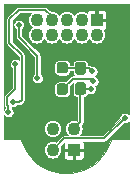
<source format=gbr>
%TF.GenerationSoftware,KiCad,Pcbnew,(5.1.8)-1*%
%TF.CreationDate,2021-09-09T14:13:13-04:00*%
%TF.ProjectId,IR_TEMP_V1,49525f54-454d-4505-9f56-312e6b696361,rev?*%
%TF.SameCoordinates,Original*%
%TF.FileFunction,Copper,L2,Bot*%
%TF.FilePolarity,Positive*%
%FSLAX46Y46*%
G04 Gerber Fmt 4.6, Leading zero omitted, Abs format (unit mm)*
G04 Created by KiCad (PCBNEW (5.1.8)-1) date 2021-09-09 14:13:13*
%MOMM*%
%LPD*%
G01*
G04 APERTURE LIST*
%TA.AperFunction,ComponentPad*%
%ADD10C,1.100000*%
%TD*%
%TA.AperFunction,ComponentPad*%
%ADD11R,1.100000X1.100000*%
%TD*%
%TA.AperFunction,ViaPad*%
%ADD12C,0.508000*%
%TD*%
%TA.AperFunction,Conductor*%
%ADD13C,0.152400*%
%TD*%
%TA.AperFunction,Conductor*%
%ADD14C,0.076200*%
%TD*%
%TA.AperFunction,Conductor*%
%ADD15C,0.100000*%
%TD*%
G04 APERTURE END LIST*
%TO.P,R3,2*%
%TO.N,/A0*%
%TA.AperFunction,SMDPad,CuDef*%
G36*
G01*
X182432500Y-56915000D02*
X182907500Y-56915000D01*
G75*
G02*
X183145000Y-57152500I0J-237500D01*
G01*
X183145000Y-57652500D01*
G75*
G02*
X182907500Y-57890000I-237500J0D01*
G01*
X182432500Y-57890000D01*
G75*
G02*
X182195000Y-57652500I0J237500D01*
G01*
X182195000Y-57152500D01*
G75*
G02*
X182432500Y-56915000I237500J0D01*
G01*
G37*
%TD.AperFunction*%
%TO.P,R3,1*%
%TO.N,/A1*%
%TA.AperFunction,SMDPad,CuDef*%
G36*
G01*
X182432500Y-55090000D02*
X182907500Y-55090000D01*
G75*
G02*
X183145000Y-55327500I0J-237500D01*
G01*
X183145000Y-55827500D01*
G75*
G02*
X182907500Y-56065000I-237500J0D01*
G01*
X182432500Y-56065000D01*
G75*
G02*
X182195000Y-55827500I0J237500D01*
G01*
X182195000Y-55327500D01*
G75*
G02*
X182432500Y-55090000I237500J0D01*
G01*
G37*
%TD.AperFunction*%
%TD*%
%TO.P,C6,2*%
%TO.N,/CMOUT*%
%TA.AperFunction,SMDPad,CuDef*%
G36*
G01*
X183972500Y-56815000D02*
X184447500Y-56815000D01*
G75*
G02*
X184685000Y-57052500I0J-237500D01*
G01*
X184685000Y-57652500D01*
G75*
G02*
X184447500Y-57890000I-237500J0D01*
G01*
X183972500Y-57890000D01*
G75*
G02*
X183735000Y-57652500I0J237500D01*
G01*
X183735000Y-57052500D01*
G75*
G02*
X183972500Y-56815000I237500J0D01*
G01*
G37*
%TD.AperFunction*%
%TO.P,C6,1*%
%TO.N,/A1*%
%TA.AperFunction,SMDPad,CuDef*%
G36*
G01*
X183972500Y-55090000D02*
X184447500Y-55090000D01*
G75*
G02*
X184685000Y-55327500I0J-237500D01*
G01*
X184685000Y-55927500D01*
G75*
G02*
X184447500Y-56165000I-237500J0D01*
G01*
X183972500Y-56165000D01*
G75*
G02*
X183735000Y-55927500I0J237500D01*
G01*
X183735000Y-55327500D01*
G75*
G02*
X183972500Y-55090000I237500J0D01*
G01*
G37*
%TD.AperFunction*%
%TD*%
D10*
%TO.P,U1,4*%
%TO.N,/CMOUT*%
X183648022Y-60731978D03*
%TO.P,U1,3*%
%TO.N,/Thermistor*%
X181851978Y-60731978D03*
%TO.P,U1,2*%
%TO.N,Net-(C3-Pad2)*%
X181851978Y-62528022D03*
D11*
%TO.P,U1,1*%
%TO.N,GND*%
X183648022Y-62528022D03*
%TD*%
D10*
%TO.P,J1,10*%
%TO.N,N/C*%
X180490000Y-52800000D03*
%TO.P,J1,9*%
%TO.N,+3V3*%
X180490000Y-51530000D03*
%TO.P,J1,8*%
%TO.N,N/C*%
X181760000Y-52800000D03*
%TO.P,J1,7*%
%TO.N,/Temp_A*%
X181760000Y-51530000D03*
%TO.P,J1,6*%
%TO.N,/SCLK*%
X183030000Y-52800000D03*
%TO.P,J1,5*%
%TO.N,/SPICS*%
X183030000Y-51530000D03*
%TO.P,J1,4*%
%TO.N,/MOSI*%
X184300000Y-52800000D03*
%TO.P,J1,3*%
%TO.N,N/C*%
X184300000Y-51530000D03*
%TO.P,J1,2*%
X185570000Y-52800000D03*
D11*
%TO.P,J1,1*%
%TO.N,GND*%
X185570000Y-51530000D03*
%TD*%
D12*
%TO.N,+3V3*%
X178690000Y-55270000D03*
X178110000Y-59332500D03*
%TO.N,GND*%
X183650000Y-53840000D03*
X183660000Y-54600000D03*
X187360000Y-50920000D03*
X187340000Y-53520000D03*
X180670000Y-61560000D03*
X185720000Y-62810000D03*
X178080000Y-50570000D03*
X187920000Y-61170000D03*
%TO.N,Net-(C3-Pad2)*%
X187960000Y-59830000D03*
%TO.N,/CMOUT*%
X185070000Y-57370000D03*
%TO.N,/Temp_A*%
X178480000Y-58500000D03*
%TO.N,/A1*%
X185220000Y-55880000D03*
%TO.N,/SPICS*%
X178980000Y-51960000D03*
X180572000Y-56460000D03*
%TO.N,/A0*%
X185300000Y-56720000D03*
%TD*%
D13*
%TO.N,+3V3*%
X178690000Y-57030000D02*
X178690000Y-55270000D01*
X178690000Y-57030000D02*
X178690000Y-57390000D01*
X177997399Y-58731649D02*
X177997399Y-58082601D01*
X177997399Y-58082601D02*
X178690000Y-57390000D01*
X178110000Y-58844250D02*
X177997399Y-58731649D01*
X178110000Y-59332500D02*
X178110000Y-58844250D01*
%TO.N,Net-(C3-Pad2)*%
X186230000Y-61560000D02*
X187960000Y-59830000D01*
X182820000Y-61560000D02*
X186230000Y-61560000D01*
X181851978Y-62528022D02*
X182820000Y-61560000D01*
%TO.N,/CMOUT*%
X184227500Y-57370000D02*
X184210000Y-57352500D01*
X185070000Y-57370000D02*
X184227500Y-57370000D01*
X184210000Y-60170000D02*
X183648022Y-60731978D01*
X184210000Y-57352500D02*
X184210000Y-60170000D01*
%TO.N,/Temp_A*%
X181760000Y-51530000D02*
X181760000Y-51220000D01*
X181760000Y-51220000D02*
X181210000Y-50670000D01*
X178480000Y-58500000D02*
X179030000Y-58500000D01*
X179030000Y-58500000D02*
X179240000Y-58290000D01*
X179240000Y-58290000D02*
X179240000Y-54530000D01*
X179240000Y-54530000D02*
X178200000Y-53490000D01*
X178200000Y-53490000D02*
X178200000Y-51450000D01*
X178980000Y-50670000D02*
X181210000Y-50670000D01*
X178200000Y-51450000D02*
X178980000Y-50670000D01*
%TO.N,/A1*%
X184160000Y-55577500D02*
X184210000Y-55627500D01*
X182670000Y-55577500D02*
X184160000Y-55577500D01*
X184967500Y-55627500D02*
X185220000Y-55880000D01*
X184210000Y-55627500D02*
X184967500Y-55627500D01*
%TO.N,/SPICS*%
X178980000Y-52980000D02*
X178980000Y-51960000D01*
X180572000Y-54572000D02*
X178980000Y-52980000D01*
X180572000Y-56460000D02*
X180572000Y-54572000D01*
%TO.N,/A0*%
X182670000Y-57402500D02*
X183572500Y-56500000D01*
X185080000Y-56500000D02*
X185300000Y-56720000D01*
X183572500Y-56500000D02*
X185080000Y-56500000D01*
%TD*%
D14*
%TO.N,GND*%
X188284501Y-59525883D02*
X188243352Y-59484734D01*
X188170550Y-59436089D01*
X188089656Y-59402582D01*
X188003779Y-59385500D01*
X187916221Y-59385500D01*
X187830344Y-59402582D01*
X187749450Y-59436089D01*
X187676648Y-59484734D01*
X187614734Y-59546648D01*
X187566089Y-59619450D01*
X187532582Y-59700344D01*
X187515500Y-59786221D01*
X187515500Y-59873779D01*
X187519407Y-59893422D01*
X186119530Y-61293300D01*
X184133925Y-61293300D01*
X184223206Y-61204019D01*
X184304245Y-61082736D01*
X184360065Y-60947974D01*
X184388522Y-60804911D01*
X184388522Y-60659045D01*
X184360065Y-60515982D01*
X184325247Y-60431924D01*
X184389321Y-60367850D01*
X184399498Y-60359498D01*
X184432826Y-60318887D01*
X184457590Y-60272555D01*
X184472841Y-60222282D01*
X184476700Y-60183098D01*
X184476700Y-60183096D01*
X184477990Y-60170000D01*
X184476700Y-60156904D01*
X184476700Y-58078545D01*
X184531178Y-58073179D01*
X184611641Y-58048771D01*
X184685796Y-58009135D01*
X184750793Y-57955793D01*
X184804135Y-57890796D01*
X184843771Y-57816641D01*
X184859731Y-57764027D01*
X184940344Y-57797418D01*
X185026221Y-57814500D01*
X185113779Y-57814500D01*
X185199656Y-57797418D01*
X185280550Y-57763911D01*
X185353352Y-57715266D01*
X185415266Y-57653352D01*
X185463911Y-57580550D01*
X185497418Y-57499656D01*
X185514500Y-57413779D01*
X185514500Y-57326221D01*
X185497418Y-57240344D01*
X185463911Y-57159450D01*
X185450189Y-57138913D01*
X185510550Y-57113911D01*
X185583352Y-57065266D01*
X185645266Y-57003352D01*
X185693911Y-56930550D01*
X185727418Y-56849656D01*
X185744500Y-56763779D01*
X185744500Y-56676221D01*
X185727418Y-56590344D01*
X185693911Y-56509450D01*
X185645266Y-56436648D01*
X185583352Y-56374734D01*
X185510550Y-56326089D01*
X185429656Y-56292582D01*
X185399808Y-56286645D01*
X185430550Y-56273911D01*
X185503352Y-56225266D01*
X185565266Y-56163352D01*
X185613911Y-56090550D01*
X185647418Y-56009656D01*
X185664500Y-55923779D01*
X185664500Y-55836221D01*
X185647418Y-55750344D01*
X185613911Y-55669450D01*
X185565266Y-55596648D01*
X185503352Y-55534734D01*
X185430550Y-55486089D01*
X185349656Y-55452582D01*
X185263779Y-55435500D01*
X185176221Y-55435500D01*
X185157930Y-55439138D01*
X185156998Y-55438002D01*
X185116387Y-55404674D01*
X185070055Y-55379910D01*
X185019782Y-55364659D01*
X184980598Y-55360800D01*
X184980596Y-55360800D01*
X184967500Y-55359510D01*
X184954404Y-55360800D01*
X184876421Y-55360800D01*
X184876421Y-55327500D01*
X184868179Y-55243822D01*
X184843771Y-55163359D01*
X184804135Y-55089204D01*
X184750793Y-55024207D01*
X184685796Y-54970865D01*
X184611641Y-54931229D01*
X184531178Y-54906821D01*
X184447500Y-54898579D01*
X183972500Y-54898579D01*
X183888822Y-54906821D01*
X183808359Y-54931229D01*
X183734204Y-54970865D01*
X183669207Y-55024207D01*
X183615865Y-55089204D01*
X183576229Y-55163359D01*
X183551821Y-55243822D01*
X183545224Y-55310800D01*
X183334776Y-55310800D01*
X183328179Y-55243822D01*
X183303771Y-55163359D01*
X183264135Y-55089204D01*
X183210793Y-55024207D01*
X183145796Y-54970865D01*
X183071641Y-54931229D01*
X182991178Y-54906821D01*
X182907500Y-54898579D01*
X182432500Y-54898579D01*
X182348822Y-54906821D01*
X182268359Y-54931229D01*
X182194204Y-54970865D01*
X182129207Y-55024207D01*
X182075865Y-55089204D01*
X182036229Y-55163359D01*
X182011821Y-55243822D01*
X182003579Y-55327500D01*
X182003579Y-55827500D01*
X182011821Y-55911178D01*
X182036229Y-55991641D01*
X182075865Y-56065796D01*
X182129207Y-56130793D01*
X182194204Y-56184135D01*
X182268359Y-56223771D01*
X182348822Y-56248179D01*
X182432500Y-56256421D01*
X182907500Y-56256421D01*
X182991178Y-56248179D01*
X183071641Y-56223771D01*
X183145796Y-56184135D01*
X183210793Y-56130793D01*
X183264135Y-56065796D01*
X183303771Y-55991641D01*
X183328179Y-55911178D01*
X183334776Y-55844200D01*
X183543579Y-55844200D01*
X183543579Y-55927500D01*
X183551821Y-56011178D01*
X183576229Y-56091641D01*
X183615865Y-56165796D01*
X183669207Y-56230793D01*
X183672262Y-56233300D01*
X183585596Y-56233300D01*
X183572500Y-56232010D01*
X183559404Y-56233300D01*
X183559402Y-56233300D01*
X183520218Y-56237159D01*
X183485195Y-56247784D01*
X183469944Y-56252410D01*
X183445180Y-56265647D01*
X183423613Y-56277174D01*
X183383002Y-56310502D01*
X183374650Y-56320679D01*
X182965989Y-56729340D01*
X182907500Y-56723579D01*
X182432500Y-56723579D01*
X182348822Y-56731821D01*
X182268359Y-56756229D01*
X182194204Y-56795865D01*
X182129207Y-56849207D01*
X182075865Y-56914204D01*
X182036229Y-56988359D01*
X182011821Y-57068822D01*
X182003579Y-57152500D01*
X182003579Y-57652500D01*
X182011821Y-57736178D01*
X182036229Y-57816641D01*
X182075865Y-57890796D01*
X182129207Y-57955793D01*
X182194204Y-58009135D01*
X182268359Y-58048771D01*
X182348822Y-58073179D01*
X182432500Y-58081421D01*
X182907500Y-58081421D01*
X182991178Y-58073179D01*
X183071641Y-58048771D01*
X183145796Y-58009135D01*
X183210793Y-57955793D01*
X183264135Y-57890796D01*
X183303771Y-57816641D01*
X183328179Y-57736178D01*
X183336421Y-57652500D01*
X183336421Y-57152500D01*
X183332902Y-57116769D01*
X183593357Y-56856313D01*
X183576229Y-56888359D01*
X183551821Y-56968822D01*
X183543579Y-57052500D01*
X183543579Y-57652500D01*
X183551821Y-57736178D01*
X183576229Y-57816641D01*
X183615865Y-57890796D01*
X183669207Y-57955793D01*
X183734204Y-58009135D01*
X183808359Y-58048771D01*
X183888822Y-58073179D01*
X183943300Y-58078545D01*
X183943301Y-60052775D01*
X183864018Y-60019935D01*
X183720955Y-59991478D01*
X183575089Y-59991478D01*
X183432026Y-60019935D01*
X183297264Y-60075755D01*
X183175981Y-60156794D01*
X183072838Y-60259937D01*
X182991799Y-60381220D01*
X182935979Y-60515982D01*
X182907522Y-60659045D01*
X182907522Y-60804911D01*
X182935979Y-60947974D01*
X182991799Y-61082736D01*
X183072838Y-61204019D01*
X183162119Y-61293300D01*
X182833096Y-61293300D01*
X182820000Y-61292010D01*
X182806904Y-61293300D01*
X182806902Y-61293300D01*
X182767718Y-61297159D01*
X182732695Y-61307784D01*
X182717444Y-61312410D01*
X182692680Y-61325647D01*
X182671113Y-61337174D01*
X182630502Y-61370502D01*
X182622152Y-61380677D01*
X182152032Y-61850797D01*
X182067974Y-61815979D01*
X181924911Y-61787522D01*
X181779045Y-61787522D01*
X181635982Y-61815979D01*
X181501220Y-61871799D01*
X181379937Y-61952838D01*
X181276794Y-62055981D01*
X181195755Y-62177264D01*
X181139935Y-62312026D01*
X181111478Y-62455089D01*
X181111478Y-62600955D01*
X181139935Y-62744018D01*
X181195755Y-62878780D01*
X181276794Y-63000063D01*
X181379937Y-63103206D01*
X181501220Y-63184245D01*
X181635982Y-63240065D01*
X181779045Y-63268522D01*
X181924911Y-63268522D01*
X182067974Y-63240065D01*
X182202736Y-63184245D01*
X182324019Y-63103206D01*
X182349203Y-63078022D01*
X182804509Y-63078022D01*
X182810149Y-63135284D01*
X182826851Y-63190345D01*
X182853975Y-63241089D01*
X182890477Y-63285567D01*
X182934955Y-63322069D01*
X182985699Y-63349193D01*
X183040760Y-63365895D01*
X183098022Y-63371535D01*
X183486097Y-63370122D01*
X183559122Y-63297097D01*
X183559122Y-62616922D01*
X183736922Y-62616922D01*
X183736922Y-63297097D01*
X183809947Y-63370122D01*
X184198022Y-63371535D01*
X184255284Y-63365895D01*
X184310345Y-63349193D01*
X184361089Y-63322069D01*
X184405567Y-63285567D01*
X184442069Y-63241089D01*
X184469193Y-63190345D01*
X184485895Y-63135284D01*
X184491535Y-63078022D01*
X184490122Y-62689947D01*
X184417097Y-62616922D01*
X183736922Y-62616922D01*
X183559122Y-62616922D01*
X182878947Y-62616922D01*
X182805922Y-62689947D01*
X182804509Y-63078022D01*
X182349203Y-63078022D01*
X182427162Y-63000063D01*
X182508201Y-62878780D01*
X182564021Y-62744018D01*
X182592478Y-62600955D01*
X182592478Y-62455089D01*
X182564021Y-62312026D01*
X182529203Y-62227968D01*
X182807280Y-61949891D01*
X182804509Y-61978022D01*
X182805922Y-62366097D01*
X182878947Y-62439122D01*
X183559122Y-62439122D01*
X183559122Y-62419122D01*
X183736922Y-62419122D01*
X183736922Y-62439122D01*
X184417097Y-62439122D01*
X184490122Y-62366097D01*
X184491535Y-61978022D01*
X184485895Y-61920760D01*
X184469193Y-61865699D01*
X184448347Y-61826700D01*
X186216904Y-61826700D01*
X186230000Y-61827990D01*
X186243096Y-61826700D01*
X186243098Y-61826700D01*
X186282282Y-61822841D01*
X186332555Y-61807590D01*
X186378887Y-61782826D01*
X186419498Y-61749498D01*
X186427854Y-61739316D01*
X187896578Y-60270593D01*
X187916221Y-60274500D01*
X188003779Y-60274500D01*
X188089656Y-60257418D01*
X188170550Y-60223911D01*
X188243352Y-60175266D01*
X188284501Y-60134117D01*
X188284501Y-61584501D01*
X186989419Y-61584501D01*
X186957753Y-61587620D01*
X186917131Y-61599942D01*
X186879694Y-61619953D01*
X186846880Y-61646883D01*
X186819950Y-61679697D01*
X186799939Y-61717134D01*
X186797100Y-61726493D01*
X186490832Y-62449630D01*
X186055373Y-63091494D01*
X185503542Y-63636547D01*
X184856349Y-64064039D01*
X184138446Y-64357682D01*
X183377178Y-64506291D01*
X182601549Y-64504206D01*
X181841093Y-64351505D01*
X181124785Y-64054008D01*
X180479900Y-63623045D01*
X179931005Y-63075030D01*
X179498843Y-62430595D01*
X179202981Y-61726764D01*
X179200059Y-61717133D01*
X179180048Y-61679696D01*
X179153118Y-61646882D01*
X179120304Y-61619952D01*
X179082867Y-61599941D01*
X179042245Y-61587619D01*
X179010579Y-61584500D01*
X179000010Y-61584500D01*
X179000000Y-61584499D01*
X178999990Y-61584500D01*
X177715500Y-61584500D01*
X177715500Y-60659045D01*
X181111478Y-60659045D01*
X181111478Y-60804911D01*
X181139935Y-60947974D01*
X181195755Y-61082736D01*
X181276794Y-61204019D01*
X181379937Y-61307162D01*
X181501220Y-61388201D01*
X181635982Y-61444021D01*
X181779045Y-61472478D01*
X181924911Y-61472478D01*
X182067974Y-61444021D01*
X182202736Y-61388201D01*
X182324019Y-61307162D01*
X182427162Y-61204019D01*
X182508201Y-61082736D01*
X182564021Y-60947974D01*
X182592478Y-60804911D01*
X182592478Y-60659045D01*
X182564021Y-60515982D01*
X182508201Y-60381220D01*
X182427162Y-60259937D01*
X182324019Y-60156794D01*
X182202736Y-60075755D01*
X182067974Y-60019935D01*
X181924911Y-59991478D01*
X181779045Y-59991478D01*
X181635982Y-60019935D01*
X181501220Y-60075755D01*
X181379937Y-60156794D01*
X181276794Y-60259937D01*
X181195755Y-60381220D01*
X181139935Y-60515982D01*
X181111478Y-60659045D01*
X177715500Y-60659045D01*
X177715500Y-59541628D01*
X177716089Y-59543050D01*
X177764734Y-59615852D01*
X177826648Y-59677766D01*
X177899450Y-59726411D01*
X177980344Y-59759918D01*
X178066221Y-59777000D01*
X178153779Y-59777000D01*
X178239656Y-59759918D01*
X178320550Y-59726411D01*
X178393352Y-59677766D01*
X178455266Y-59615852D01*
X178503911Y-59543050D01*
X178537418Y-59462156D01*
X178554500Y-59376279D01*
X178554500Y-59288721D01*
X178537418Y-59202844D01*
X178503911Y-59121950D01*
X178455266Y-59049148D01*
X178393352Y-58987234D01*
X178376700Y-58976107D01*
X178376700Y-58932661D01*
X178436221Y-58944500D01*
X178523779Y-58944500D01*
X178609656Y-58927418D01*
X178690550Y-58893911D01*
X178763352Y-58845266D01*
X178825266Y-58783352D01*
X178836393Y-58766700D01*
X179016904Y-58766700D01*
X179030000Y-58767990D01*
X179043096Y-58766700D01*
X179043098Y-58766700D01*
X179082282Y-58762841D01*
X179132555Y-58747590D01*
X179178887Y-58722826D01*
X179219498Y-58689498D01*
X179227854Y-58679316D01*
X179419321Y-58487850D01*
X179429498Y-58479498D01*
X179462826Y-58438887D01*
X179474353Y-58417320D01*
X179487590Y-58392556D01*
X179494328Y-58370344D01*
X179502841Y-58342282D01*
X179506700Y-58303098D01*
X179506700Y-58303096D01*
X179507990Y-58290000D01*
X179506700Y-58276904D01*
X179506700Y-54543095D01*
X179507990Y-54529999D01*
X179506700Y-54516902D01*
X179502841Y-54477718D01*
X179487590Y-54427445D01*
X179462826Y-54381113D01*
X179429498Y-54340502D01*
X179419316Y-54332146D01*
X178466700Y-53379530D01*
X178466700Y-51916221D01*
X178535500Y-51916221D01*
X178535500Y-52003779D01*
X178552582Y-52089656D01*
X178586089Y-52170550D01*
X178634734Y-52243352D01*
X178696648Y-52305266D01*
X178713301Y-52316393D01*
X178713300Y-52966904D01*
X178712010Y-52980000D01*
X178713300Y-52993096D01*
X178713300Y-52993097D01*
X178717159Y-53032281D01*
X178732410Y-53082554D01*
X178757174Y-53128887D01*
X178790502Y-53169498D01*
X178800684Y-53177854D01*
X180305301Y-54682472D01*
X180305300Y-56103607D01*
X180288648Y-56114734D01*
X180226734Y-56176648D01*
X180178089Y-56249450D01*
X180144582Y-56330344D01*
X180127500Y-56416221D01*
X180127500Y-56503779D01*
X180144582Y-56589656D01*
X180178089Y-56670550D01*
X180226734Y-56743352D01*
X180288648Y-56805266D01*
X180361450Y-56853911D01*
X180442344Y-56887418D01*
X180528221Y-56904500D01*
X180615779Y-56904500D01*
X180701656Y-56887418D01*
X180782550Y-56853911D01*
X180855352Y-56805266D01*
X180917266Y-56743352D01*
X180965911Y-56670550D01*
X180999418Y-56589656D01*
X181016500Y-56503779D01*
X181016500Y-56416221D01*
X180999418Y-56330344D01*
X180965911Y-56249450D01*
X180917266Y-56176648D01*
X180855352Y-56114734D01*
X180838700Y-56103607D01*
X180838700Y-54585096D01*
X180839990Y-54572000D01*
X180838700Y-54558902D01*
X180834841Y-54519718D01*
X180819590Y-54469445D01*
X180794826Y-54423113D01*
X180761498Y-54382502D01*
X180751321Y-54374150D01*
X179246700Y-52869530D01*
X179246700Y-52316393D01*
X179263352Y-52305266D01*
X179325266Y-52243352D01*
X179373911Y-52170550D01*
X179407418Y-52089656D01*
X179424500Y-52003779D01*
X179424500Y-51916221D01*
X179407418Y-51830344D01*
X179373911Y-51749450D01*
X179325266Y-51676648D01*
X179263352Y-51614734D01*
X179190550Y-51566089D01*
X179109656Y-51532582D01*
X179023779Y-51515500D01*
X178936221Y-51515500D01*
X178850344Y-51532582D01*
X178769450Y-51566089D01*
X178696648Y-51614734D01*
X178634734Y-51676648D01*
X178586089Y-51749450D01*
X178552582Y-51830344D01*
X178535500Y-51916221D01*
X178466700Y-51916221D01*
X178466700Y-51560470D01*
X179090471Y-50936700D01*
X180045071Y-50936700D01*
X180017959Y-50954816D01*
X179914816Y-51057959D01*
X179833777Y-51179242D01*
X179777957Y-51314004D01*
X179749500Y-51457067D01*
X179749500Y-51602933D01*
X179777957Y-51745996D01*
X179833777Y-51880758D01*
X179914816Y-52002041D01*
X180017959Y-52105184D01*
X180107480Y-52165000D01*
X180017959Y-52224816D01*
X179914816Y-52327959D01*
X179833777Y-52449242D01*
X179777957Y-52584004D01*
X179749500Y-52727067D01*
X179749500Y-52872933D01*
X179777957Y-53015996D01*
X179833777Y-53150758D01*
X179914816Y-53272041D01*
X180017959Y-53375184D01*
X180139242Y-53456223D01*
X180274004Y-53512043D01*
X180417067Y-53540500D01*
X180562933Y-53540500D01*
X180705996Y-53512043D01*
X180840758Y-53456223D01*
X180962041Y-53375184D01*
X181065184Y-53272041D01*
X181125000Y-53182520D01*
X181184816Y-53272041D01*
X181287959Y-53375184D01*
X181409242Y-53456223D01*
X181544004Y-53512043D01*
X181687067Y-53540500D01*
X181832933Y-53540500D01*
X181975996Y-53512043D01*
X182110758Y-53456223D01*
X182232041Y-53375184D01*
X182335184Y-53272041D01*
X182395000Y-53182520D01*
X182454816Y-53272041D01*
X182557959Y-53375184D01*
X182679242Y-53456223D01*
X182814004Y-53512043D01*
X182957067Y-53540500D01*
X183102933Y-53540500D01*
X183245996Y-53512043D01*
X183380758Y-53456223D01*
X183502041Y-53375184D01*
X183605184Y-53272041D01*
X183665000Y-53182520D01*
X183724816Y-53272041D01*
X183827959Y-53375184D01*
X183949242Y-53456223D01*
X184084004Y-53512043D01*
X184227067Y-53540500D01*
X184372933Y-53540500D01*
X184515996Y-53512043D01*
X184650758Y-53456223D01*
X184772041Y-53375184D01*
X184875184Y-53272041D01*
X184935000Y-53182520D01*
X184994816Y-53272041D01*
X185097959Y-53375184D01*
X185219242Y-53456223D01*
X185354004Y-53512043D01*
X185497067Y-53540500D01*
X185642933Y-53540500D01*
X185785996Y-53512043D01*
X185920758Y-53456223D01*
X186042041Y-53375184D01*
X186145184Y-53272041D01*
X186226223Y-53150758D01*
X186282043Y-53015996D01*
X186310500Y-52872933D01*
X186310500Y-52727067D01*
X186282043Y-52584004D01*
X186226223Y-52449242D01*
X186172188Y-52368373D01*
X186177262Y-52367873D01*
X186232323Y-52351171D01*
X186283067Y-52324047D01*
X186327545Y-52287545D01*
X186364047Y-52243067D01*
X186391171Y-52192323D01*
X186407873Y-52137262D01*
X186413513Y-52080000D01*
X186412100Y-51691925D01*
X186339075Y-51618900D01*
X185658900Y-51618900D01*
X185658900Y-51638900D01*
X185481100Y-51638900D01*
X185481100Y-51618900D01*
X185461100Y-51618900D01*
X185461100Y-51441100D01*
X185481100Y-51441100D01*
X185481100Y-50760925D01*
X185658900Y-50760925D01*
X185658900Y-51441100D01*
X186339075Y-51441100D01*
X186412100Y-51368075D01*
X186413513Y-50980000D01*
X186407873Y-50922738D01*
X186391171Y-50867677D01*
X186364047Y-50816933D01*
X186327545Y-50772455D01*
X186283067Y-50735953D01*
X186232323Y-50708829D01*
X186177262Y-50692127D01*
X186120000Y-50686487D01*
X185731925Y-50687900D01*
X185658900Y-50760925D01*
X185481100Y-50760925D01*
X185408075Y-50687900D01*
X185020000Y-50686487D01*
X184962738Y-50692127D01*
X184907677Y-50708829D01*
X184856933Y-50735953D01*
X184812455Y-50772455D01*
X184775953Y-50816933D01*
X184748829Y-50867677D01*
X184732127Y-50922738D01*
X184731627Y-50927812D01*
X184650758Y-50873777D01*
X184515996Y-50817957D01*
X184372933Y-50789500D01*
X184227067Y-50789500D01*
X184084004Y-50817957D01*
X183949242Y-50873777D01*
X183827959Y-50954816D01*
X183724816Y-51057959D01*
X183665000Y-51147480D01*
X183605184Y-51057959D01*
X183502041Y-50954816D01*
X183380758Y-50873777D01*
X183245996Y-50817957D01*
X183102933Y-50789500D01*
X182957067Y-50789500D01*
X182814004Y-50817957D01*
X182679242Y-50873777D01*
X182557959Y-50954816D01*
X182454816Y-51057959D01*
X182395000Y-51147480D01*
X182335184Y-51057959D01*
X182232041Y-50954816D01*
X182110758Y-50873777D01*
X181975996Y-50817957D01*
X181832933Y-50789500D01*
X181706671Y-50789500D01*
X181407854Y-50490684D01*
X181399498Y-50480502D01*
X181358887Y-50447174D01*
X181312555Y-50422410D01*
X181262282Y-50407159D01*
X181223098Y-50403300D01*
X181223096Y-50403300D01*
X181210000Y-50402010D01*
X181196904Y-50403300D01*
X178993099Y-50403300D01*
X178980000Y-50402010D01*
X178927717Y-50407159D01*
X178877445Y-50422410D01*
X178831113Y-50447174D01*
X178790502Y-50480502D01*
X178782150Y-50490679D01*
X178020679Y-51252151D01*
X178010503Y-51260502D01*
X178002153Y-51270677D01*
X177977175Y-51301113D01*
X177952411Y-51347445D01*
X177937160Y-51397718D01*
X177932010Y-51450000D01*
X177933301Y-51463106D01*
X177933300Y-53476904D01*
X177932010Y-53490000D01*
X177933300Y-53503096D01*
X177933300Y-53503097D01*
X177937159Y-53542281D01*
X177952410Y-53592554D01*
X177977174Y-53638887D01*
X178010502Y-53679498D01*
X178020684Y-53687854D01*
X178973301Y-54640471D01*
X178973301Y-54924700D01*
X178900550Y-54876089D01*
X178819656Y-54842582D01*
X178733779Y-54825500D01*
X178646221Y-54825500D01*
X178560344Y-54842582D01*
X178479450Y-54876089D01*
X178406648Y-54924734D01*
X178344734Y-54986648D01*
X178296089Y-55059450D01*
X178262582Y-55140344D01*
X178245500Y-55226221D01*
X178245500Y-55313779D01*
X178262582Y-55399656D01*
X178296089Y-55480550D01*
X178344734Y-55553352D01*
X178406648Y-55615266D01*
X178423301Y-55626393D01*
X178423300Y-57016902D01*
X178423300Y-57279529D01*
X177818078Y-57884752D01*
X177807902Y-57893103D01*
X177799552Y-57903278D01*
X177774574Y-57933714D01*
X177749810Y-57980046D01*
X177734559Y-58030319D01*
X177729409Y-58082601D01*
X177730700Y-58095707D01*
X177730699Y-58718553D01*
X177729409Y-58731649D01*
X177730699Y-58744745D01*
X177730699Y-58744746D01*
X177734558Y-58783930D01*
X177749809Y-58834203D01*
X177774573Y-58880536D01*
X177807901Y-58921147D01*
X177818083Y-58929503D01*
X177843301Y-58954721D01*
X177843301Y-58976107D01*
X177826648Y-58987234D01*
X177764734Y-59049148D01*
X177716089Y-59121950D01*
X177715500Y-59123372D01*
X177715500Y-50215500D01*
X188284500Y-50215500D01*
X188284501Y-59525883D01*
%TA.AperFunction,Conductor*%
D15*
G36*
X188284501Y-59525883D02*
G01*
X188243352Y-59484734D01*
X188170550Y-59436089D01*
X188089656Y-59402582D01*
X188003779Y-59385500D01*
X187916221Y-59385500D01*
X187830344Y-59402582D01*
X187749450Y-59436089D01*
X187676648Y-59484734D01*
X187614734Y-59546648D01*
X187566089Y-59619450D01*
X187532582Y-59700344D01*
X187515500Y-59786221D01*
X187515500Y-59873779D01*
X187519407Y-59893422D01*
X186119530Y-61293300D01*
X184133925Y-61293300D01*
X184223206Y-61204019D01*
X184304245Y-61082736D01*
X184360065Y-60947974D01*
X184388522Y-60804911D01*
X184388522Y-60659045D01*
X184360065Y-60515982D01*
X184325247Y-60431924D01*
X184389321Y-60367850D01*
X184399498Y-60359498D01*
X184432826Y-60318887D01*
X184457590Y-60272555D01*
X184472841Y-60222282D01*
X184476700Y-60183098D01*
X184476700Y-60183096D01*
X184477990Y-60170000D01*
X184476700Y-60156904D01*
X184476700Y-58078545D01*
X184531178Y-58073179D01*
X184611641Y-58048771D01*
X184685796Y-58009135D01*
X184750793Y-57955793D01*
X184804135Y-57890796D01*
X184843771Y-57816641D01*
X184859731Y-57764027D01*
X184940344Y-57797418D01*
X185026221Y-57814500D01*
X185113779Y-57814500D01*
X185199656Y-57797418D01*
X185280550Y-57763911D01*
X185353352Y-57715266D01*
X185415266Y-57653352D01*
X185463911Y-57580550D01*
X185497418Y-57499656D01*
X185514500Y-57413779D01*
X185514500Y-57326221D01*
X185497418Y-57240344D01*
X185463911Y-57159450D01*
X185450189Y-57138913D01*
X185510550Y-57113911D01*
X185583352Y-57065266D01*
X185645266Y-57003352D01*
X185693911Y-56930550D01*
X185727418Y-56849656D01*
X185744500Y-56763779D01*
X185744500Y-56676221D01*
X185727418Y-56590344D01*
X185693911Y-56509450D01*
X185645266Y-56436648D01*
X185583352Y-56374734D01*
X185510550Y-56326089D01*
X185429656Y-56292582D01*
X185399808Y-56286645D01*
X185430550Y-56273911D01*
X185503352Y-56225266D01*
X185565266Y-56163352D01*
X185613911Y-56090550D01*
X185647418Y-56009656D01*
X185664500Y-55923779D01*
X185664500Y-55836221D01*
X185647418Y-55750344D01*
X185613911Y-55669450D01*
X185565266Y-55596648D01*
X185503352Y-55534734D01*
X185430550Y-55486089D01*
X185349656Y-55452582D01*
X185263779Y-55435500D01*
X185176221Y-55435500D01*
X185157930Y-55439138D01*
X185156998Y-55438002D01*
X185116387Y-55404674D01*
X185070055Y-55379910D01*
X185019782Y-55364659D01*
X184980598Y-55360800D01*
X184980596Y-55360800D01*
X184967500Y-55359510D01*
X184954404Y-55360800D01*
X184876421Y-55360800D01*
X184876421Y-55327500D01*
X184868179Y-55243822D01*
X184843771Y-55163359D01*
X184804135Y-55089204D01*
X184750793Y-55024207D01*
X184685796Y-54970865D01*
X184611641Y-54931229D01*
X184531178Y-54906821D01*
X184447500Y-54898579D01*
X183972500Y-54898579D01*
X183888822Y-54906821D01*
X183808359Y-54931229D01*
X183734204Y-54970865D01*
X183669207Y-55024207D01*
X183615865Y-55089204D01*
X183576229Y-55163359D01*
X183551821Y-55243822D01*
X183545224Y-55310800D01*
X183334776Y-55310800D01*
X183328179Y-55243822D01*
X183303771Y-55163359D01*
X183264135Y-55089204D01*
X183210793Y-55024207D01*
X183145796Y-54970865D01*
X183071641Y-54931229D01*
X182991178Y-54906821D01*
X182907500Y-54898579D01*
X182432500Y-54898579D01*
X182348822Y-54906821D01*
X182268359Y-54931229D01*
X182194204Y-54970865D01*
X182129207Y-55024207D01*
X182075865Y-55089204D01*
X182036229Y-55163359D01*
X182011821Y-55243822D01*
X182003579Y-55327500D01*
X182003579Y-55827500D01*
X182011821Y-55911178D01*
X182036229Y-55991641D01*
X182075865Y-56065796D01*
X182129207Y-56130793D01*
X182194204Y-56184135D01*
X182268359Y-56223771D01*
X182348822Y-56248179D01*
X182432500Y-56256421D01*
X182907500Y-56256421D01*
X182991178Y-56248179D01*
X183071641Y-56223771D01*
X183145796Y-56184135D01*
X183210793Y-56130793D01*
X183264135Y-56065796D01*
X183303771Y-55991641D01*
X183328179Y-55911178D01*
X183334776Y-55844200D01*
X183543579Y-55844200D01*
X183543579Y-55927500D01*
X183551821Y-56011178D01*
X183576229Y-56091641D01*
X183615865Y-56165796D01*
X183669207Y-56230793D01*
X183672262Y-56233300D01*
X183585596Y-56233300D01*
X183572500Y-56232010D01*
X183559404Y-56233300D01*
X183559402Y-56233300D01*
X183520218Y-56237159D01*
X183485195Y-56247784D01*
X183469944Y-56252410D01*
X183445180Y-56265647D01*
X183423613Y-56277174D01*
X183383002Y-56310502D01*
X183374650Y-56320679D01*
X182965989Y-56729340D01*
X182907500Y-56723579D01*
X182432500Y-56723579D01*
X182348822Y-56731821D01*
X182268359Y-56756229D01*
X182194204Y-56795865D01*
X182129207Y-56849207D01*
X182075865Y-56914204D01*
X182036229Y-56988359D01*
X182011821Y-57068822D01*
X182003579Y-57152500D01*
X182003579Y-57652500D01*
X182011821Y-57736178D01*
X182036229Y-57816641D01*
X182075865Y-57890796D01*
X182129207Y-57955793D01*
X182194204Y-58009135D01*
X182268359Y-58048771D01*
X182348822Y-58073179D01*
X182432500Y-58081421D01*
X182907500Y-58081421D01*
X182991178Y-58073179D01*
X183071641Y-58048771D01*
X183145796Y-58009135D01*
X183210793Y-57955793D01*
X183264135Y-57890796D01*
X183303771Y-57816641D01*
X183328179Y-57736178D01*
X183336421Y-57652500D01*
X183336421Y-57152500D01*
X183332902Y-57116769D01*
X183593357Y-56856313D01*
X183576229Y-56888359D01*
X183551821Y-56968822D01*
X183543579Y-57052500D01*
X183543579Y-57652500D01*
X183551821Y-57736178D01*
X183576229Y-57816641D01*
X183615865Y-57890796D01*
X183669207Y-57955793D01*
X183734204Y-58009135D01*
X183808359Y-58048771D01*
X183888822Y-58073179D01*
X183943300Y-58078545D01*
X183943301Y-60052775D01*
X183864018Y-60019935D01*
X183720955Y-59991478D01*
X183575089Y-59991478D01*
X183432026Y-60019935D01*
X183297264Y-60075755D01*
X183175981Y-60156794D01*
X183072838Y-60259937D01*
X182991799Y-60381220D01*
X182935979Y-60515982D01*
X182907522Y-60659045D01*
X182907522Y-60804911D01*
X182935979Y-60947974D01*
X182991799Y-61082736D01*
X183072838Y-61204019D01*
X183162119Y-61293300D01*
X182833096Y-61293300D01*
X182820000Y-61292010D01*
X182806904Y-61293300D01*
X182806902Y-61293300D01*
X182767718Y-61297159D01*
X182732695Y-61307784D01*
X182717444Y-61312410D01*
X182692680Y-61325647D01*
X182671113Y-61337174D01*
X182630502Y-61370502D01*
X182622152Y-61380677D01*
X182152032Y-61850797D01*
X182067974Y-61815979D01*
X181924911Y-61787522D01*
X181779045Y-61787522D01*
X181635982Y-61815979D01*
X181501220Y-61871799D01*
X181379937Y-61952838D01*
X181276794Y-62055981D01*
X181195755Y-62177264D01*
X181139935Y-62312026D01*
X181111478Y-62455089D01*
X181111478Y-62600955D01*
X181139935Y-62744018D01*
X181195755Y-62878780D01*
X181276794Y-63000063D01*
X181379937Y-63103206D01*
X181501220Y-63184245D01*
X181635982Y-63240065D01*
X181779045Y-63268522D01*
X181924911Y-63268522D01*
X182067974Y-63240065D01*
X182202736Y-63184245D01*
X182324019Y-63103206D01*
X182349203Y-63078022D01*
X182804509Y-63078022D01*
X182810149Y-63135284D01*
X182826851Y-63190345D01*
X182853975Y-63241089D01*
X182890477Y-63285567D01*
X182934955Y-63322069D01*
X182985699Y-63349193D01*
X183040760Y-63365895D01*
X183098022Y-63371535D01*
X183486097Y-63370122D01*
X183559122Y-63297097D01*
X183559122Y-62616922D01*
X183736922Y-62616922D01*
X183736922Y-63297097D01*
X183809947Y-63370122D01*
X184198022Y-63371535D01*
X184255284Y-63365895D01*
X184310345Y-63349193D01*
X184361089Y-63322069D01*
X184405567Y-63285567D01*
X184442069Y-63241089D01*
X184469193Y-63190345D01*
X184485895Y-63135284D01*
X184491535Y-63078022D01*
X184490122Y-62689947D01*
X184417097Y-62616922D01*
X183736922Y-62616922D01*
X183559122Y-62616922D01*
X182878947Y-62616922D01*
X182805922Y-62689947D01*
X182804509Y-63078022D01*
X182349203Y-63078022D01*
X182427162Y-63000063D01*
X182508201Y-62878780D01*
X182564021Y-62744018D01*
X182592478Y-62600955D01*
X182592478Y-62455089D01*
X182564021Y-62312026D01*
X182529203Y-62227968D01*
X182807280Y-61949891D01*
X182804509Y-61978022D01*
X182805922Y-62366097D01*
X182878947Y-62439122D01*
X183559122Y-62439122D01*
X183559122Y-62419122D01*
X183736922Y-62419122D01*
X183736922Y-62439122D01*
X184417097Y-62439122D01*
X184490122Y-62366097D01*
X184491535Y-61978022D01*
X184485895Y-61920760D01*
X184469193Y-61865699D01*
X184448347Y-61826700D01*
X186216904Y-61826700D01*
X186230000Y-61827990D01*
X186243096Y-61826700D01*
X186243098Y-61826700D01*
X186282282Y-61822841D01*
X186332555Y-61807590D01*
X186378887Y-61782826D01*
X186419498Y-61749498D01*
X186427854Y-61739316D01*
X187896578Y-60270593D01*
X187916221Y-60274500D01*
X188003779Y-60274500D01*
X188089656Y-60257418D01*
X188170550Y-60223911D01*
X188243352Y-60175266D01*
X188284501Y-60134117D01*
X188284501Y-61584501D01*
X186989419Y-61584501D01*
X186957753Y-61587620D01*
X186917131Y-61599942D01*
X186879694Y-61619953D01*
X186846880Y-61646883D01*
X186819950Y-61679697D01*
X186799939Y-61717134D01*
X186797100Y-61726493D01*
X186490832Y-62449630D01*
X186055373Y-63091494D01*
X185503542Y-63636547D01*
X184856349Y-64064039D01*
X184138446Y-64357682D01*
X183377178Y-64506291D01*
X182601549Y-64504206D01*
X181841093Y-64351505D01*
X181124785Y-64054008D01*
X180479900Y-63623045D01*
X179931005Y-63075030D01*
X179498843Y-62430595D01*
X179202981Y-61726764D01*
X179200059Y-61717133D01*
X179180048Y-61679696D01*
X179153118Y-61646882D01*
X179120304Y-61619952D01*
X179082867Y-61599941D01*
X179042245Y-61587619D01*
X179010579Y-61584500D01*
X179000010Y-61584500D01*
X179000000Y-61584499D01*
X178999990Y-61584500D01*
X177715500Y-61584500D01*
X177715500Y-60659045D01*
X181111478Y-60659045D01*
X181111478Y-60804911D01*
X181139935Y-60947974D01*
X181195755Y-61082736D01*
X181276794Y-61204019D01*
X181379937Y-61307162D01*
X181501220Y-61388201D01*
X181635982Y-61444021D01*
X181779045Y-61472478D01*
X181924911Y-61472478D01*
X182067974Y-61444021D01*
X182202736Y-61388201D01*
X182324019Y-61307162D01*
X182427162Y-61204019D01*
X182508201Y-61082736D01*
X182564021Y-60947974D01*
X182592478Y-60804911D01*
X182592478Y-60659045D01*
X182564021Y-60515982D01*
X182508201Y-60381220D01*
X182427162Y-60259937D01*
X182324019Y-60156794D01*
X182202736Y-60075755D01*
X182067974Y-60019935D01*
X181924911Y-59991478D01*
X181779045Y-59991478D01*
X181635982Y-60019935D01*
X181501220Y-60075755D01*
X181379937Y-60156794D01*
X181276794Y-60259937D01*
X181195755Y-60381220D01*
X181139935Y-60515982D01*
X181111478Y-60659045D01*
X177715500Y-60659045D01*
X177715500Y-59541628D01*
X177716089Y-59543050D01*
X177764734Y-59615852D01*
X177826648Y-59677766D01*
X177899450Y-59726411D01*
X177980344Y-59759918D01*
X178066221Y-59777000D01*
X178153779Y-59777000D01*
X178239656Y-59759918D01*
X178320550Y-59726411D01*
X178393352Y-59677766D01*
X178455266Y-59615852D01*
X178503911Y-59543050D01*
X178537418Y-59462156D01*
X178554500Y-59376279D01*
X178554500Y-59288721D01*
X178537418Y-59202844D01*
X178503911Y-59121950D01*
X178455266Y-59049148D01*
X178393352Y-58987234D01*
X178376700Y-58976107D01*
X178376700Y-58932661D01*
X178436221Y-58944500D01*
X178523779Y-58944500D01*
X178609656Y-58927418D01*
X178690550Y-58893911D01*
X178763352Y-58845266D01*
X178825266Y-58783352D01*
X178836393Y-58766700D01*
X179016904Y-58766700D01*
X179030000Y-58767990D01*
X179043096Y-58766700D01*
X179043098Y-58766700D01*
X179082282Y-58762841D01*
X179132555Y-58747590D01*
X179178887Y-58722826D01*
X179219498Y-58689498D01*
X179227854Y-58679316D01*
X179419321Y-58487850D01*
X179429498Y-58479498D01*
X179462826Y-58438887D01*
X179474353Y-58417320D01*
X179487590Y-58392556D01*
X179494328Y-58370344D01*
X179502841Y-58342282D01*
X179506700Y-58303098D01*
X179506700Y-58303096D01*
X179507990Y-58290000D01*
X179506700Y-58276904D01*
X179506700Y-54543095D01*
X179507990Y-54529999D01*
X179506700Y-54516902D01*
X179502841Y-54477718D01*
X179487590Y-54427445D01*
X179462826Y-54381113D01*
X179429498Y-54340502D01*
X179419316Y-54332146D01*
X178466700Y-53379530D01*
X178466700Y-51916221D01*
X178535500Y-51916221D01*
X178535500Y-52003779D01*
X178552582Y-52089656D01*
X178586089Y-52170550D01*
X178634734Y-52243352D01*
X178696648Y-52305266D01*
X178713301Y-52316393D01*
X178713300Y-52966904D01*
X178712010Y-52980000D01*
X178713300Y-52993096D01*
X178713300Y-52993097D01*
X178717159Y-53032281D01*
X178732410Y-53082554D01*
X178757174Y-53128887D01*
X178790502Y-53169498D01*
X178800684Y-53177854D01*
X180305301Y-54682472D01*
X180305300Y-56103607D01*
X180288648Y-56114734D01*
X180226734Y-56176648D01*
X180178089Y-56249450D01*
X180144582Y-56330344D01*
X180127500Y-56416221D01*
X180127500Y-56503779D01*
X180144582Y-56589656D01*
X180178089Y-56670550D01*
X180226734Y-56743352D01*
X180288648Y-56805266D01*
X180361450Y-56853911D01*
X180442344Y-56887418D01*
X180528221Y-56904500D01*
X180615779Y-56904500D01*
X180701656Y-56887418D01*
X180782550Y-56853911D01*
X180855352Y-56805266D01*
X180917266Y-56743352D01*
X180965911Y-56670550D01*
X180999418Y-56589656D01*
X181016500Y-56503779D01*
X181016500Y-56416221D01*
X180999418Y-56330344D01*
X180965911Y-56249450D01*
X180917266Y-56176648D01*
X180855352Y-56114734D01*
X180838700Y-56103607D01*
X180838700Y-54585096D01*
X180839990Y-54572000D01*
X180838700Y-54558902D01*
X180834841Y-54519718D01*
X180819590Y-54469445D01*
X180794826Y-54423113D01*
X180761498Y-54382502D01*
X180751321Y-54374150D01*
X179246700Y-52869530D01*
X179246700Y-52316393D01*
X179263352Y-52305266D01*
X179325266Y-52243352D01*
X179373911Y-52170550D01*
X179407418Y-52089656D01*
X179424500Y-52003779D01*
X179424500Y-51916221D01*
X179407418Y-51830344D01*
X179373911Y-51749450D01*
X179325266Y-51676648D01*
X179263352Y-51614734D01*
X179190550Y-51566089D01*
X179109656Y-51532582D01*
X179023779Y-51515500D01*
X178936221Y-51515500D01*
X178850344Y-51532582D01*
X178769450Y-51566089D01*
X178696648Y-51614734D01*
X178634734Y-51676648D01*
X178586089Y-51749450D01*
X178552582Y-51830344D01*
X178535500Y-51916221D01*
X178466700Y-51916221D01*
X178466700Y-51560470D01*
X179090471Y-50936700D01*
X180045071Y-50936700D01*
X180017959Y-50954816D01*
X179914816Y-51057959D01*
X179833777Y-51179242D01*
X179777957Y-51314004D01*
X179749500Y-51457067D01*
X179749500Y-51602933D01*
X179777957Y-51745996D01*
X179833777Y-51880758D01*
X179914816Y-52002041D01*
X180017959Y-52105184D01*
X180107480Y-52165000D01*
X180017959Y-52224816D01*
X179914816Y-52327959D01*
X179833777Y-52449242D01*
X179777957Y-52584004D01*
X179749500Y-52727067D01*
X179749500Y-52872933D01*
X179777957Y-53015996D01*
X179833777Y-53150758D01*
X179914816Y-53272041D01*
X180017959Y-53375184D01*
X180139242Y-53456223D01*
X180274004Y-53512043D01*
X180417067Y-53540500D01*
X180562933Y-53540500D01*
X180705996Y-53512043D01*
X180840758Y-53456223D01*
X180962041Y-53375184D01*
X181065184Y-53272041D01*
X181125000Y-53182520D01*
X181184816Y-53272041D01*
X181287959Y-53375184D01*
X181409242Y-53456223D01*
X181544004Y-53512043D01*
X181687067Y-53540500D01*
X181832933Y-53540500D01*
X181975996Y-53512043D01*
X182110758Y-53456223D01*
X182232041Y-53375184D01*
X182335184Y-53272041D01*
X182395000Y-53182520D01*
X182454816Y-53272041D01*
X182557959Y-53375184D01*
X182679242Y-53456223D01*
X182814004Y-53512043D01*
X182957067Y-53540500D01*
X183102933Y-53540500D01*
X183245996Y-53512043D01*
X183380758Y-53456223D01*
X183502041Y-53375184D01*
X183605184Y-53272041D01*
X183665000Y-53182520D01*
X183724816Y-53272041D01*
X183827959Y-53375184D01*
X183949242Y-53456223D01*
X184084004Y-53512043D01*
X184227067Y-53540500D01*
X184372933Y-53540500D01*
X184515996Y-53512043D01*
X184650758Y-53456223D01*
X184772041Y-53375184D01*
X184875184Y-53272041D01*
X184935000Y-53182520D01*
X184994816Y-53272041D01*
X185097959Y-53375184D01*
X185219242Y-53456223D01*
X185354004Y-53512043D01*
X185497067Y-53540500D01*
X185642933Y-53540500D01*
X185785996Y-53512043D01*
X185920758Y-53456223D01*
X186042041Y-53375184D01*
X186145184Y-53272041D01*
X186226223Y-53150758D01*
X186282043Y-53015996D01*
X186310500Y-52872933D01*
X186310500Y-52727067D01*
X186282043Y-52584004D01*
X186226223Y-52449242D01*
X186172188Y-52368373D01*
X186177262Y-52367873D01*
X186232323Y-52351171D01*
X186283067Y-52324047D01*
X186327545Y-52287545D01*
X186364047Y-52243067D01*
X186391171Y-52192323D01*
X186407873Y-52137262D01*
X186413513Y-52080000D01*
X186412100Y-51691925D01*
X186339075Y-51618900D01*
X185658900Y-51618900D01*
X185658900Y-51638900D01*
X185481100Y-51638900D01*
X185481100Y-51618900D01*
X185461100Y-51618900D01*
X185461100Y-51441100D01*
X185481100Y-51441100D01*
X185481100Y-50760925D01*
X185658900Y-50760925D01*
X185658900Y-51441100D01*
X186339075Y-51441100D01*
X186412100Y-51368075D01*
X186413513Y-50980000D01*
X186407873Y-50922738D01*
X186391171Y-50867677D01*
X186364047Y-50816933D01*
X186327545Y-50772455D01*
X186283067Y-50735953D01*
X186232323Y-50708829D01*
X186177262Y-50692127D01*
X186120000Y-50686487D01*
X185731925Y-50687900D01*
X185658900Y-50760925D01*
X185481100Y-50760925D01*
X185408075Y-50687900D01*
X185020000Y-50686487D01*
X184962738Y-50692127D01*
X184907677Y-50708829D01*
X184856933Y-50735953D01*
X184812455Y-50772455D01*
X184775953Y-50816933D01*
X184748829Y-50867677D01*
X184732127Y-50922738D01*
X184731627Y-50927812D01*
X184650758Y-50873777D01*
X184515996Y-50817957D01*
X184372933Y-50789500D01*
X184227067Y-50789500D01*
X184084004Y-50817957D01*
X183949242Y-50873777D01*
X183827959Y-50954816D01*
X183724816Y-51057959D01*
X183665000Y-51147480D01*
X183605184Y-51057959D01*
X183502041Y-50954816D01*
X183380758Y-50873777D01*
X183245996Y-50817957D01*
X183102933Y-50789500D01*
X182957067Y-50789500D01*
X182814004Y-50817957D01*
X182679242Y-50873777D01*
X182557959Y-50954816D01*
X182454816Y-51057959D01*
X182395000Y-51147480D01*
X182335184Y-51057959D01*
X182232041Y-50954816D01*
X182110758Y-50873777D01*
X181975996Y-50817957D01*
X181832933Y-50789500D01*
X181706671Y-50789500D01*
X181407854Y-50490684D01*
X181399498Y-50480502D01*
X181358887Y-50447174D01*
X181312555Y-50422410D01*
X181262282Y-50407159D01*
X181223098Y-50403300D01*
X181223096Y-50403300D01*
X181210000Y-50402010D01*
X181196904Y-50403300D01*
X178993099Y-50403300D01*
X178980000Y-50402010D01*
X178927717Y-50407159D01*
X178877445Y-50422410D01*
X178831113Y-50447174D01*
X178790502Y-50480502D01*
X178782150Y-50490679D01*
X178020679Y-51252151D01*
X178010503Y-51260502D01*
X178002153Y-51270677D01*
X177977175Y-51301113D01*
X177952411Y-51347445D01*
X177937160Y-51397718D01*
X177932010Y-51450000D01*
X177933301Y-51463106D01*
X177933300Y-53476904D01*
X177932010Y-53490000D01*
X177933300Y-53503096D01*
X177933300Y-53503097D01*
X177937159Y-53542281D01*
X177952410Y-53592554D01*
X177977174Y-53638887D01*
X178010502Y-53679498D01*
X178020684Y-53687854D01*
X178973301Y-54640471D01*
X178973301Y-54924700D01*
X178900550Y-54876089D01*
X178819656Y-54842582D01*
X178733779Y-54825500D01*
X178646221Y-54825500D01*
X178560344Y-54842582D01*
X178479450Y-54876089D01*
X178406648Y-54924734D01*
X178344734Y-54986648D01*
X178296089Y-55059450D01*
X178262582Y-55140344D01*
X178245500Y-55226221D01*
X178245500Y-55313779D01*
X178262582Y-55399656D01*
X178296089Y-55480550D01*
X178344734Y-55553352D01*
X178406648Y-55615266D01*
X178423301Y-55626393D01*
X178423300Y-57016902D01*
X178423300Y-57279529D01*
X177818078Y-57884752D01*
X177807902Y-57893103D01*
X177799552Y-57903278D01*
X177774574Y-57933714D01*
X177749810Y-57980046D01*
X177734559Y-58030319D01*
X177729409Y-58082601D01*
X177730700Y-58095707D01*
X177730699Y-58718553D01*
X177729409Y-58731649D01*
X177730699Y-58744745D01*
X177730699Y-58744746D01*
X177734558Y-58783930D01*
X177749809Y-58834203D01*
X177774573Y-58880536D01*
X177807901Y-58921147D01*
X177818083Y-58929503D01*
X177843301Y-58954721D01*
X177843301Y-58976107D01*
X177826648Y-58987234D01*
X177764734Y-59049148D01*
X177716089Y-59121950D01*
X177715500Y-59123372D01*
X177715500Y-50215500D01*
X188284500Y-50215500D01*
X188284501Y-59525883D01*
G37*
%TD.AperFunction*%
%TD*%
M02*

</source>
